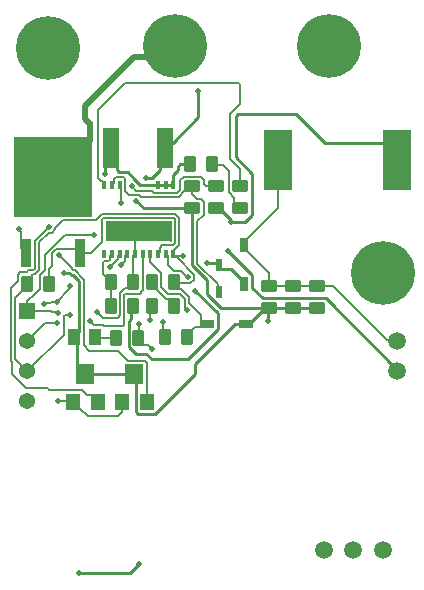
<source format=gtl>
G04*
G04 #@! TF.GenerationSoftware,Altium Limited,Altium Designer,23.10.1 (27)*
G04*
G04 Layer_Physical_Order=1*
G04 Layer_Color=255*
%FSLAX25Y25*%
%MOIN*%
G70*
G04*
G04 #@! TF.SameCoordinates,C0C592A9-96B4-4F53-9DEC-7EA94FB758FA*
G04*
G04*
G04 #@! TF.FilePolarity,Positive*
G04*
G01*
G75*
%ADD11C,0.00787*%
%ADD14C,0.01000*%
G04:AMPARAMS|DCode=16|XSize=39.37mil|YSize=55.91mil|CornerRadius=4.92mil|HoleSize=0mil|Usage=FLASHONLY|Rotation=0.000|XOffset=0mil|YOffset=0mil|HoleType=Round|Shape=RoundedRectangle|*
%AMROUNDEDRECTD16*
21,1,0.03937,0.04606,0,0,0.0*
21,1,0.02953,0.05591,0,0,0.0*
1,1,0.00984,0.01476,-0.02303*
1,1,0.00984,-0.01476,-0.02303*
1,1,0.00984,-0.01476,0.02303*
1,1,0.00984,0.01476,0.02303*
%
%ADD16ROUNDEDRECTD16*%
%ADD17R,0.01772X0.03150*%
%ADD18R,0.04331X0.05709*%
%ADD19R,0.03700X0.09800*%
%ADD20R,0.26200X0.26800*%
%ADD21R,0.09500X0.20500*%
%ADD22R,0.04700X0.05500*%
%ADD23R,0.06300X0.06700*%
G04:AMPARAMS|DCode=24|XSize=47.64mil|YSize=28.74mil|CornerRadius=2.59mil|HoleSize=0mil|Usage=FLASHONLY|Rotation=0.000|XOffset=0mil|YOffset=0mil|HoleType=Round|Shape=RoundedRectangle|*
%AMROUNDEDRECTD24*
21,1,0.04764,0.02357,0,0,0.0*
21,1,0.04247,0.02874,0,0,0.0*
1,1,0.00517,0.02123,-0.01178*
1,1,0.00517,-0.02123,-0.01178*
1,1,0.00517,-0.02123,0.01178*
1,1,0.00517,0.02123,0.01178*
%
%ADD24ROUNDEDRECTD24*%
G04:AMPARAMS|DCode=25|XSize=39.37mil|YSize=55.91mil|CornerRadius=4.92mil|HoleSize=0mil|Usage=FLASHONLY|Rotation=90.000|XOffset=0mil|YOffset=0mil|HoleType=Round|Shape=RoundedRectangle|*
%AMROUNDEDRECTD25*
21,1,0.03937,0.04606,0,0,90.0*
21,1,0.02953,0.05591,0,0,90.0*
1,1,0.00984,0.02303,0.01476*
1,1,0.00984,0.02303,-0.01476*
1,1,0.00984,-0.02303,-0.01476*
1,1,0.00984,-0.02303,0.01476*
%
%ADD25ROUNDEDRECTD25*%
G04:AMPARAMS|DCode=26|XSize=47.64mil|YSize=28.74mil|CornerRadius=2.59mil|HoleSize=0mil|Usage=FLASHONLY|Rotation=90.000|XOffset=0mil|YOffset=0mil|HoleType=Round|Shape=RoundedRectangle|*
%AMROUNDEDRECTD26*
21,1,0.04764,0.02357,0,0,90.0*
21,1,0.04247,0.02874,0,0,90.0*
1,1,0.00517,0.01178,0.02123*
1,1,0.00517,0.01178,-0.02123*
1,1,0.00517,-0.01178,-0.02123*
1,1,0.00517,-0.01178,0.02123*
%
%ADD26ROUNDEDRECTD26*%
G04:AMPARAMS|DCode=27|XSize=40.55mil|YSize=20.47mil|CornerRadius=2.56mil|HoleSize=0mil|Usage=FLASHONLY|Rotation=90.000|XOffset=0mil|YOffset=0mil|HoleType=Round|Shape=RoundedRectangle|*
%AMROUNDEDRECTD27*
21,1,0.04055,0.01535,0,0,90.0*
21,1,0.03543,0.02047,0,0,90.0*
1,1,0.00512,0.00768,0.01772*
1,1,0.00512,0.00768,-0.01772*
1,1,0.00512,-0.00768,-0.01772*
1,1,0.00512,-0.00768,0.01772*
%
%ADD27ROUNDEDRECTD27*%
%ADD28R,0.05700X0.13600*%
%ADD37C,0.05900*%
%ADD41R,0.22362X0.07008*%
%ADD42C,0.01968*%
%ADD43C,0.00512*%
%ADD44C,0.00551*%
%ADD45R,0.05394X0.05394*%
%ADD46C,0.05394*%
%ADD47C,0.01968*%
%ADD48C,0.21260*%
D11*
X176600Y384034D02*
X185466Y392900D01*
X176600Y361236D02*
X177500Y360336D01*
X176600Y361236D02*
Y384034D01*
X185466Y392900D02*
X223539D01*
X224000Y385898D02*
Y392439D01*
X223539Y392900D02*
X224000Y392439D01*
X220781Y382680D02*
X224000Y385898D01*
X220781Y367658D02*
X224000Y364440D01*
X220781Y367658D02*
Y382680D01*
X224000Y358681D02*
Y364440D01*
X177500Y360336D02*
X178054D01*
X178684Y359706D01*
Y359017D02*
Y359706D01*
D14*
X179000Y362800D02*
Y369150D01*
X181050Y371200D01*
X201483Y373063D02*
X210100Y381679D01*
Y390284D01*
X197187Y369437D02*
X200813Y373063D01*
X201483D01*
X186487Y363213D02*
X188728Y360972D01*
X183567Y363213D02*
X186487D01*
X182813Y363967D02*
X183567Y363213D01*
X187300Y229700D02*
X190400Y232800D01*
X170400Y229700D02*
X187300D01*
X192747Y302741D02*
X194487Y301000D01*
X206674D01*
X189144Y302741D02*
X192747D01*
X186806Y305079D02*
Y313540D01*
Y305079D02*
X189144Y302741D01*
X206674Y301000D02*
X216555Y310881D01*
X192785Y361474D02*
X194695D01*
X197187Y363967D02*
Y369437D01*
X194695Y361474D02*
X197187Y363967D01*
X192600Y361289D02*
X192785Y361474D01*
X190695Y359017D02*
X199157D01*
X188741Y360972D02*
X190695Y359017D01*
X188728Y360972D02*
X188741D01*
X191900Y351300D02*
X208100D01*
X189400Y353800D02*
X191900Y351300D01*
X170322Y309965D02*
Y311197D01*
X168657Y308300D02*
X170322Y309965D01*
Y311197D02*
X170365Y311240D01*
Y326862D01*
X168657Y308300D02*
Y310500D01*
X168700D02*
X169600Y309600D01*
X168214Y329013D02*
X170365Y326862D01*
X165400Y329700D02*
X167108D01*
X167794Y329013D02*
X168214D01*
X167108Y329700D02*
X167794Y329013D01*
X232231Y316550D02*
X233300Y317619D01*
X233701Y318020D02*
X249599D01*
X233300Y313700D02*
Y317619D01*
X233700Y318019D01*
X169600Y299476D02*
Y309600D01*
X225777Y346800D02*
X228083Y349106D01*
X221000Y346800D02*
X225777D01*
X216927Y351300D02*
X220815Y347412D01*
Y346985D02*
Y347412D01*
Y346985D02*
X221000Y346800D01*
X272000Y373063D02*
X276250Y368813D01*
X252446Y373063D02*
X272000D01*
X242771Y382737D02*
X252446Y373063D01*
X222463Y381983D02*
X223217Y382737D01*
X222463Y368354D02*
Y381983D01*
X228083Y349106D02*
Y362734D01*
X276250Y367300D02*
Y368813D01*
X222463Y368354D02*
X228083Y362734D01*
X223217Y382737D02*
X242771D01*
X216100Y351300D02*
X216927D01*
X212872Y322779D02*
Y327446D01*
X208100Y332217D02*
X212872Y327446D01*
X208100Y332217D02*
Y351300D01*
X169750Y298890D02*
X172400Y296240D01*
X169600Y299476D02*
X169750Y299326D01*
Y298890D02*
Y299326D01*
X216476Y333000D02*
X217000Y332476D01*
Y332428D02*
Y332476D01*
X213100Y333000D02*
X216476D01*
X216555Y310881D02*
Y316245D01*
X209100Y323700D02*
X216555Y316245D01*
X186806Y313540D02*
X187671Y314405D01*
Y317990D01*
X188381Y318700D01*
X217632Y318019D02*
X233700D01*
X212872Y322779D02*
X217632Y318019D01*
X219900Y337000D02*
X228024Y328876D01*
Y324761D02*
Y328876D01*
Y324761D02*
X231509Y321276D01*
X252639D02*
X276400Y297515D01*
X231509Y321276D02*
X252639D01*
X276400Y297100D02*
Y297515D01*
X226114Y312700D02*
X227059D01*
X230910Y316550D01*
X232231D01*
X222232Y312700D02*
X226114D01*
X208975Y295941D02*
Y299442D01*
X195717Y282683D02*
X208975Y295941D01*
X189951Y282683D02*
X195717D01*
X189196Y283437D02*
Y295504D01*
X188700Y296000D02*
X189196Y295504D01*
Y283437D02*
X189951Y282683D01*
X208975Y299442D02*
X222232Y312700D01*
X233700Y318019D02*
X233701Y318020D01*
X249599D02*
X249600Y318019D01*
X203217Y363996D02*
Y365117D01*
X202302Y363113D02*
X202333D01*
X204100Y366000D02*
X207338D01*
X201716Y359017D02*
Y362527D01*
X203217Y365117D02*
X204100Y366000D01*
X202333Y363113D02*
X203217Y363996D01*
X201716Y362527D02*
X202302Y363113D01*
X181050Y371200D02*
X182813Y369437D01*
Y363967D02*
Y369437D01*
X220975Y331156D02*
X225300Y326831D01*
X217000Y331680D02*
Y332428D01*
Y331680D02*
X217524Y331156D01*
X220975D01*
X225300Y325886D02*
Y326831D01*
X172440Y296000D02*
X188700D01*
X172400Y296040D02*
X172440Y296000D01*
X172400Y296040D02*
Y296240D01*
X199157Y359017D02*
X201716D01*
D16*
X190081Y308100D02*
D03*
X182719D02*
D03*
X188381Y318700D02*
D03*
X181019D02*
D03*
X207338Y366000D02*
D03*
X214700D02*
D03*
X206200Y308200D02*
D03*
X198838D02*
D03*
X202098Y326601D02*
D03*
X194736D02*
D03*
X194738Y318699D02*
D03*
X202100D02*
D03*
X181038Y326600D02*
D03*
X188400D02*
D03*
X152838Y326100D02*
D03*
X160200D02*
D03*
D17*
X201716Y336183D02*
D03*
X199157D02*
D03*
X196598D02*
D03*
X194039D02*
D03*
X191480D02*
D03*
X188920D02*
D03*
X186361D02*
D03*
X183802D02*
D03*
X181243D02*
D03*
X178684D02*
D03*
Y359017D02*
D03*
X181243D02*
D03*
X183802D02*
D03*
X201716D02*
D03*
X199157D02*
D03*
X196598D02*
D03*
D18*
X175743Y308300D02*
D03*
X168657D02*
D03*
D19*
X152684Y336500D02*
D03*
X170716D02*
D03*
D20*
X161700Y361700D02*
D03*
D21*
X276250Y367300D02*
D03*
X236550D02*
D03*
D22*
X184566Y286720D02*
D03*
X192834D02*
D03*
X168266Y286760D02*
D03*
X176534D02*
D03*
D23*
X188700Y296000D02*
D03*
X172400Y296040D02*
D03*
D24*
X212886Y312700D02*
D03*
X226114D02*
D03*
D25*
X249600Y318019D02*
D03*
Y325381D02*
D03*
X241600Y318020D02*
D03*
Y325383D02*
D03*
X233700Y318019D02*
D03*
Y325381D02*
D03*
X224000Y351319D02*
D03*
Y358681D02*
D03*
X216100Y358662D02*
D03*
Y351300D02*
D03*
X208100D02*
D03*
Y358662D02*
D03*
D26*
X225300Y325886D02*
D03*
Y339114D02*
D03*
D27*
X217000Y323372D02*
D03*
Y332428D02*
D03*
D28*
X181050Y371200D02*
D03*
X198950D02*
D03*
D37*
X251900Y237300D02*
D03*
X261743D02*
D03*
X271586D02*
D03*
X276400Y297100D02*
D03*
Y306943D02*
D03*
D41*
X190200Y343600D02*
D03*
D42*
X199307Y401818D02*
X202200Y404711D01*
X188617Y401818D02*
X199307D01*
X172272Y385473D02*
X188617Y401818D01*
X172272Y381087D02*
Y385473D01*
Y381087D02*
X173760Y379600D01*
X173800D01*
X173800Y379600D01*
Y373800D02*
Y379600D01*
X161700Y361700D02*
X173800Y373800D01*
D43*
X190081Y308100D02*
X190300Y308319D01*
Y312800D01*
X241601Y325382D02*
X250426D01*
X190081Y307483D02*
Y308100D01*
X191776Y305788D02*
X193211D01*
X190081Y307483D02*
X191776Y305788D01*
X193211D02*
X194600Y304400D01*
X150400Y343906D02*
Y344300D01*
X151090Y338094D02*
Y343216D01*
X150400Y343906D02*
X151090Y343216D01*
Y338094D02*
X152684Y336500D01*
X161192Y316900D02*
X161448Y316644D01*
X152900Y316900D02*
X161192D01*
X162956Y316644D02*
X163200Y316400D01*
X161448Y316644D02*
X162956D01*
X158900Y312900D02*
X163000D01*
X152900Y306900D02*
X158900Y312900D01*
X176400Y316700D02*
X178239Y314861D01*
X183131D01*
X192893Y292218D02*
Y299782D01*
X192282Y300393D02*
X192893Y299782D01*
X186707Y300393D02*
X192282D01*
X173716Y303833D02*
X183267D01*
X186707Y300393D01*
X175943Y308100D02*
X182719D01*
X175743Y308300D02*
X175943Y308100D01*
X171909Y305640D02*
X173716Y303833D01*
X171909Y305640D02*
Y327501D01*
X195280Y356399D02*
X203034D01*
X194552Y357127D02*
X195280Y356399D01*
X189373Y357127D02*
X194552D01*
X187800Y358700D02*
X189373Y357127D01*
X185731Y357166D02*
X187070Y355828D01*
X182484Y361635D02*
X185120D01*
X185731Y361024D01*
X190240Y355828D02*
X190967Y355100D01*
X185731Y357166D02*
Y361024D01*
X181873D02*
X182484Y361635D01*
X187070Y355828D02*
X190240D01*
X190967Y355100D02*
X203572D01*
X205421Y356950D01*
X205433D01*
X207145Y358662D01*
X208100D01*
X167021Y324221D02*
Y325021D01*
X167300Y325300D01*
X162900Y320100D02*
X167021Y324221D01*
X161011Y320100D02*
X162900D01*
X165161Y315361D02*
X165600Y315800D01*
X167400D01*
X168853Y330557D02*
X171909Y327501D01*
X167823Y331168D02*
X168434Y330557D01*
X167823Y331168D02*
Y331378D01*
X168434Y330557D02*
X168853D01*
X158700Y319400D02*
X158841Y319541D01*
X160452D01*
X161011Y320100D01*
X165161Y309161D02*
Y315361D01*
X152900Y296900D02*
X165161Y309161D01*
X163500Y335700D02*
X167823Y331378D01*
X218253Y365647D02*
X220161Y363739D01*
Y356569D02*
Y363739D01*
X215053Y365647D02*
X218253D01*
X214700Y366000D02*
X215053Y365647D01*
X201716Y335494D02*
Y336030D01*
Y336183D01*
Y336030D02*
X202346Y335400D01*
X205000D01*
X184070Y315800D02*
Y323020D01*
X185603Y324553D01*
X186705D01*
X188400Y326247D01*
X183131Y314861D02*
X184070Y315800D01*
X188400Y326247D02*
Y326600D01*
X174000Y313600D02*
X174035D01*
X175437Y312198D02*
X178341D01*
X174035Y313600D02*
X175437Y312198D01*
X178341D02*
X178600Y311939D01*
X185263Y314179D02*
X185369Y314286D01*
X178600Y311939D02*
X184963D01*
X185263Y312238D02*
Y314179D01*
X184963Y311939D02*
X185263Y312238D01*
X185369Y314286D02*
Y321639D01*
X201716Y335494D02*
X202346Y334864D01*
X202904D02*
X208628Y329140D01*
X202098Y326601D02*
X202299Y326400D01*
X205553D01*
X205680Y326272D01*
X207440D01*
X208628Y327460D01*
X202346Y334864D02*
X202904D01*
X208628Y327460D02*
Y329140D01*
X185388Y322500D02*
X185688Y322800D01*
X186249D01*
X186288Y322761D01*
X185388Y321658D02*
Y322500D01*
X186288Y322761D02*
X190512D01*
X185369Y321639D02*
X185388Y321658D01*
X190512Y322761D02*
X191412Y323661D01*
X192834Y286720D02*
Y292158D01*
X192893Y292218D01*
X170716Y336500D02*
X174400D01*
X177976Y340076D02*
Y347536D01*
X174400Y336500D02*
X177976Y340076D01*
X188920Y342320D02*
X190200Y343600D01*
X188920Y336183D02*
Y342320D01*
X177976Y347536D02*
X178587Y348147D01*
X175157Y342443D02*
X175200Y342400D01*
X165539Y342443D02*
X175157D01*
X148919Y300881D02*
X152900Y296900D01*
X148919Y300881D02*
Y321354D01*
X152838Y325273D01*
X208100Y355926D02*
X209714Y354312D01*
X209643Y332857D02*
Y346892D01*
X211939Y349188D01*
X209643Y332857D02*
X216632Y325868D01*
X209714Y354312D02*
X211039D01*
X211939Y349188D02*
Y353412D01*
X211039Y354312D02*
X211939Y353412D01*
X216632Y323740D02*
Y325868D01*
Y323740D02*
X217000Y323372D01*
X208100Y355926D02*
Y358662D01*
X178049Y349447D02*
X202351D01*
X203724Y338879D02*
Y348074D01*
X202351Y349447D02*
X203724Y348074D01*
X276025Y307318D02*
X276400Y306943D01*
X272982Y307318D02*
X276025D01*
X254919Y325381D02*
X272982Y307318D01*
X249600Y325381D02*
X254919D01*
X241600Y325383D02*
X241601Y325382D01*
X233701D02*
X241599D01*
X233700Y325381D02*
X233701Y325382D01*
X241599D02*
X241600Y325383D01*
X225300Y338169D02*
Y339114D01*
Y338169D02*
X233700Y329769D01*
Y325381D02*
Y329769D01*
X225300Y339114D02*
Y340059D01*
X236550Y351309D01*
Y367300D01*
X221953Y353014D02*
X223647Y351319D01*
X221953Y353014D02*
Y354778D01*
X220161Y356569D02*
X221953Y354778D01*
X223647Y351319D02*
X224000D01*
X203034Y356399D02*
X204097Y357463D01*
X205161Y361674D02*
X211039D01*
X204097Y360611D02*
X205161Y361674D01*
X211039D02*
X211939Y360775D01*
X204097Y357463D02*
Y360611D01*
X211939Y359261D02*
X212537Y358662D01*
X211939Y359261D02*
Y360775D01*
X212537Y358662D02*
X216100D01*
X181873Y359647D02*
Y361024D01*
X181243Y359017D02*
X181873Y359647D01*
X184200Y353040D02*
Y358620D01*
X183802Y359017D02*
X184200Y358620D01*
X157188Y329048D02*
X158901Y330761D01*
Y335806D01*
X157188Y324499D02*
Y329048D01*
X158901Y335806D02*
X165539Y342443D01*
X154452Y321763D02*
X157188Y324499D01*
X154298Y321763D02*
X154452D01*
X152900Y320365D02*
X154298Y321763D01*
X152900Y316900D02*
Y320365D01*
X160138Y343072D02*
X161140D01*
X155521Y329218D02*
X156975Y330673D01*
Y339910D01*
X154550Y328767D02*
Y328918D01*
X154850Y329218D02*
X155521D01*
X154550Y328918D02*
X154850Y329218D01*
X156975Y339910D02*
X160138Y343072D01*
X152838Y325273D02*
Y327055D01*
X154550Y328767D01*
X178587Y348147D02*
X201813D01*
X161140Y343072D02*
X162328Y344260D01*
Y344628D01*
X164957Y347257D02*
X175859D01*
X162328Y344628D02*
X164957Y347257D01*
X206350Y328300D02*
X206600D01*
X206200Y309027D02*
X208951Y311778D01*
X206200Y308200D02*
Y309027D01*
X211963Y311778D02*
X212886Y312700D01*
X208951Y311778D02*
X211963D01*
X211018Y313881D02*
Y315682D01*
X212199Y312700D02*
X212886D01*
X211018Y313881D02*
X212199Y312700D01*
X206899Y319801D02*
X211018Y315682D01*
X205600Y318169D02*
X206165Y317604D01*
X205600Y318169D02*
Y321150D01*
X206165Y317210D02*
Y317604D01*
X201716Y336183D02*
Y336872D01*
X203724Y338879D01*
X175859Y347257D02*
X178049Y349447D01*
X169488Y337728D02*
X170716Y336500D01*
X162660Y337728D02*
X169488D01*
X161430Y336497D02*
X162660Y337728D01*
X161430Y332148D02*
Y336497D01*
X160200Y326100D02*
Y330917D01*
X161430Y332148D01*
X206899Y319801D02*
Y321688D01*
X204380Y324207D02*
X206899Y321688D01*
X203793Y324207D02*
X204380D01*
X202098Y325902D02*
Y326601D01*
Y325902D02*
X203793Y324207D01*
X199986Y322762D02*
X203988D01*
X197748Y325000D02*
X199986Y322762D01*
X197748Y325000D02*
Y329540D01*
X194039Y333249D02*
X197748Y329540D01*
X203988Y322762D02*
X205600Y321150D01*
X194039Y333249D02*
Y336183D01*
X200405Y321093D02*
X202100Y319398D01*
X194736Y325774D02*
Y326601D01*
Y325774D02*
X199417Y321093D01*
X200405D01*
X202100Y318699D02*
Y319398D01*
X198229Y308809D02*
Y313371D01*
Y308809D02*
X198838Y308200D01*
X194000Y314100D02*
Y317961D01*
X194738Y318699D01*
X199786Y332513D02*
X201861Y330439D01*
X204211D01*
X206350Y328300D01*
X199786Y332513D02*
Y335553D01*
X199157Y336183D02*
X199786Y335553D01*
X197228Y336812D02*
Y338190D01*
X196598Y336183D02*
X197228Y336812D01*
X197965Y338927D02*
X201687D01*
X197228Y338190D02*
X197965Y338927D01*
X201687D02*
X202424Y339664D01*
Y347536D01*
X201813Y348147D02*
X202424Y347536D01*
X188400Y335662D02*
X188920Y336183D01*
X188400Y326600D02*
Y335662D01*
X191412Y323661D02*
Y323812D01*
X191480Y323880D02*
Y336183D01*
X191412Y323812D02*
X191480Y323880D01*
X184300Y332300D02*
X184324D01*
X185731Y333708D01*
X178625Y333564D02*
X180002D01*
X180613Y334176D02*
Y334564D01*
X180614Y334564D02*
Y335553D01*
X180002Y333564D02*
X180613Y334176D01*
Y334564D02*
X180614Y334564D01*
X185731Y333708D02*
Y335553D01*
X183236Y335616D02*
X183802Y336183D01*
X180653Y331644D02*
X183236Y334227D01*
Y335616D01*
X178200Y333139D02*
X178625Y333564D01*
X178200Y329438D02*
Y333139D01*
X185731Y335553D02*
X186361Y336183D01*
X180614Y335553D02*
X181243Y336183D01*
X181028Y320609D02*
Y326600D01*
X178200Y329438D02*
X181038Y326600D01*
X181028D02*
Y328491D01*
X181019Y320600D02*
X181028Y320609D01*
X197838Y343600D02*
X201086Y340352D01*
X190200Y343600D02*
X197838D01*
X168126Y286900D02*
X168266Y286760D01*
X163300Y286900D02*
X168126D01*
X168266Y286360D02*
X170360Y284266D01*
X170760D01*
X173126Y281900D01*
X168266Y286360D02*
Y286760D01*
X173126Y281900D02*
X183200D01*
X184566Y283266D02*
Y286720D01*
X183200Y281900D02*
X184566Y283266D01*
D44*
X153437Y330537D02*
X154974D01*
X149806Y329047D02*
X150717Y329958D01*
X147600Y300335D02*
Y324700D01*
X150717Y329958D02*
X152858D01*
X147600Y324700D02*
X149806Y326906D01*
X152858Y329958D02*
X153437Y330537D01*
X149806Y326906D02*
Y329047D01*
X154974Y330537D02*
X155597Y331160D01*
X148051Y296114D02*
Y299884D01*
X147600Y300335D02*
X148051Y299884D01*
Y296114D02*
X152763Y291402D01*
X155597Y331160D02*
Y338083D01*
X155656Y338142D01*
Y340456D01*
X160300Y345100D01*
X174684Y289000D02*
X176534Y287150D01*
Y286760D02*
Y287150D01*
X171150Y290798D02*
X172947Y289000D01*
X159798Y291402D02*
X160402Y290798D01*
X172947Y289000D02*
X174684D01*
X152763Y291402D02*
X159798D01*
X160402Y290798D02*
X171150D01*
D45*
X152900Y316900D02*
D03*
D46*
Y306900D02*
D03*
Y296900D02*
D03*
Y286900D02*
D03*
D47*
X179000Y362800D02*
D03*
X210100Y390284D02*
D03*
X190300Y312800D02*
D03*
X194600Y304400D02*
D03*
X170400Y229700D02*
D03*
X190400Y232800D02*
D03*
X150400Y344300D02*
D03*
X163200Y316400D02*
D03*
X163000Y312900D02*
D03*
X176400Y316700D02*
D03*
X174000Y313600D02*
D03*
X173800Y379600D02*
D03*
X192600Y361289D02*
D03*
X187800Y358700D02*
D03*
X189400Y353800D02*
D03*
X167300Y325300D02*
D03*
X167400Y315800D02*
D03*
X162900Y320100D02*
D03*
X233300Y313700D02*
D03*
X165400Y329700D02*
D03*
X221000Y346800D02*
D03*
X205000Y335400D02*
D03*
X175200Y342400D02*
D03*
X158700Y319400D02*
D03*
X213100Y333000D02*
D03*
X209100Y323700D02*
D03*
X219900Y337000D02*
D03*
X184200Y353040D02*
D03*
X206600Y328300D02*
D03*
X206165Y317210D02*
D03*
X198229Y313371D02*
D03*
X194000Y314100D02*
D03*
X184300Y332300D02*
D03*
X180653Y331644D02*
D03*
X163500Y335700D02*
D03*
X160300Y345100D02*
D03*
X163300Y286900D02*
D03*
D48*
X253600Y405500D02*
D03*
X202200D02*
D03*
X160100Y404800D02*
D03*
X271500Y329800D02*
D03*
M02*

</source>
